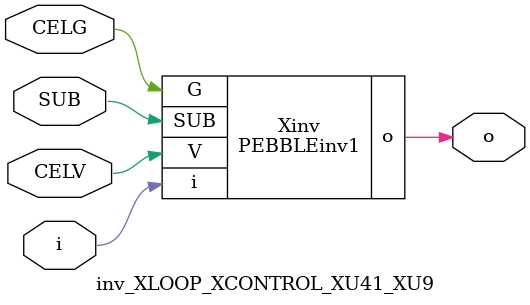
<source format=v>



module PEBBLEinv1 ( o, G, SUB, V, i );

  input V;
  input i;
  input G;
  output o;
  input SUB;
endmodule

//Celera Confidential Do Not Copy inv_XLOOP_XCONTROL_XU41_XU9
//Celera Confidential Symbol Generator
//5V Inverter
module inv_XLOOP_XCONTROL_XU41_XU9 (CELV,CELG,i,o,SUB);
input CELV;
input CELG;
input i;
input SUB;
output o;

//Celera Confidential Do Not Copy inv
PEBBLEinv1 Xinv(
.V (CELV),
.i (i),
.o (o),
.SUB (SUB),
.G (CELG)
);
//,diesize,PEBBLEinv1

//Celera Confidential Do Not Copy Module End
//Celera Schematic Generator
endmodule

</source>
